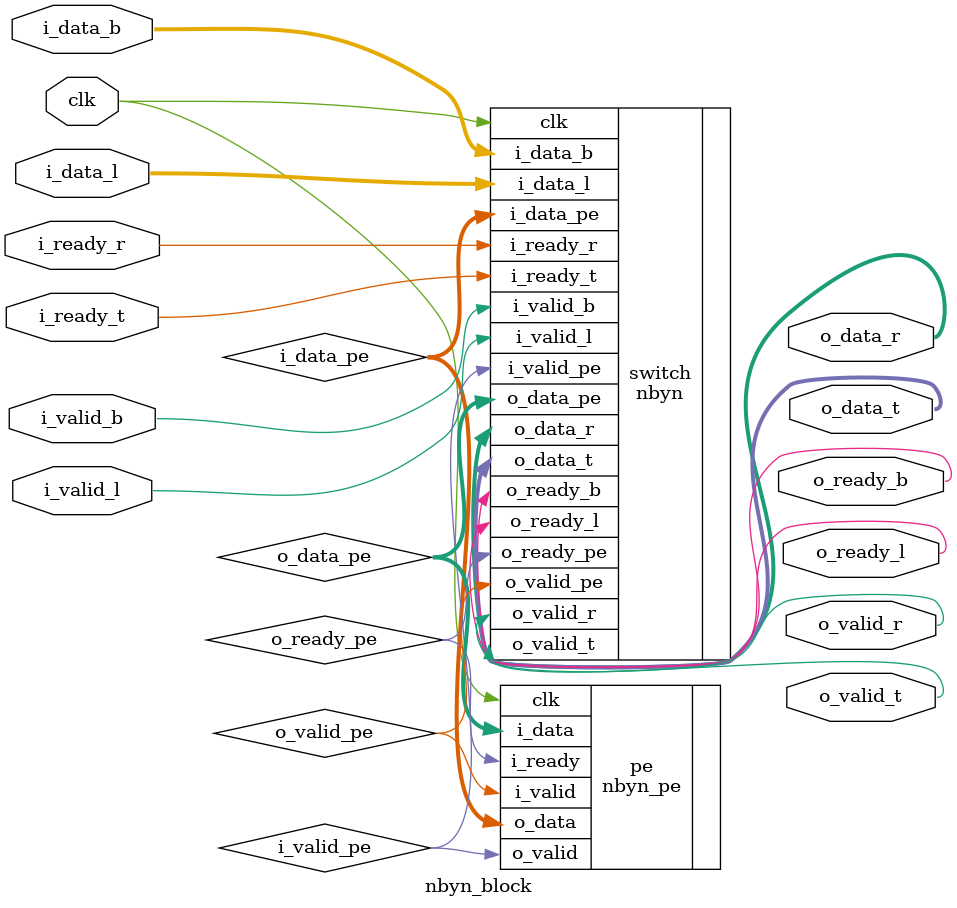
<source format=v>
module nbyn_block #(parameter x_coord='d0,parameter y_coord='d0)
(
input wire clk,
input wire i_ready_r,
input wire i_ready_t,
input wire i_valid_l,
input wire i_valid_b,
output wire o_ready_l,
output wire o_ready_b,
output wire o_valid_r,
output wire o_valid_t,
input wire [264:0] i_data_l,
input wire [264:0] i_data_b,
output wire [264:0] o_data_r,
output wire [264:0] o_data_t


);
wire [264:0] i_data_pe;
wire [264:0] o_data_pe;
wire o_ready_pe;
wire o_valid_pe;
//wire i_ready_pe;
wire i_valid_pe;


nbyn #(.x_coord(x_coord),.y_coord(y_coord))
 switch(
 .clk(clk),
 .i_ready_r(i_ready_r),
 .i_ready_t(i_ready_t),
 //.i_ready_pe(i_ready_pe),
 .i_valid_l(i_valid_l),
 .i_valid_b(i_valid_b),
 .i_valid_pe(i_valid_pe),
 .o_ready_l(o_ready_l),
 .o_ready_b(o_ready_b),
 .o_ready_pe(o_ready_pe),
 .o_valid_r(o_valid_r),
 .o_valid_t(o_valid_t),
 .o_valid_pe(o_valid_pe),
 .i_data_l(i_data_l),
 .i_data_b(i_data_b),
 .i_data_pe(i_data_pe),
 .o_data_r(o_data_r),
 .o_data_t(o_data_t),
 .o_data_pe(o_data_pe)
);

nbyn_pe pe(

.clk(clk),
.i_data(o_data_pe),
.i_ready(o_ready_pe),
.i_valid(o_valid_pe),
.o_data(i_data_pe),
.o_valid(i_valid_pe)

);







endmodule
</source>
